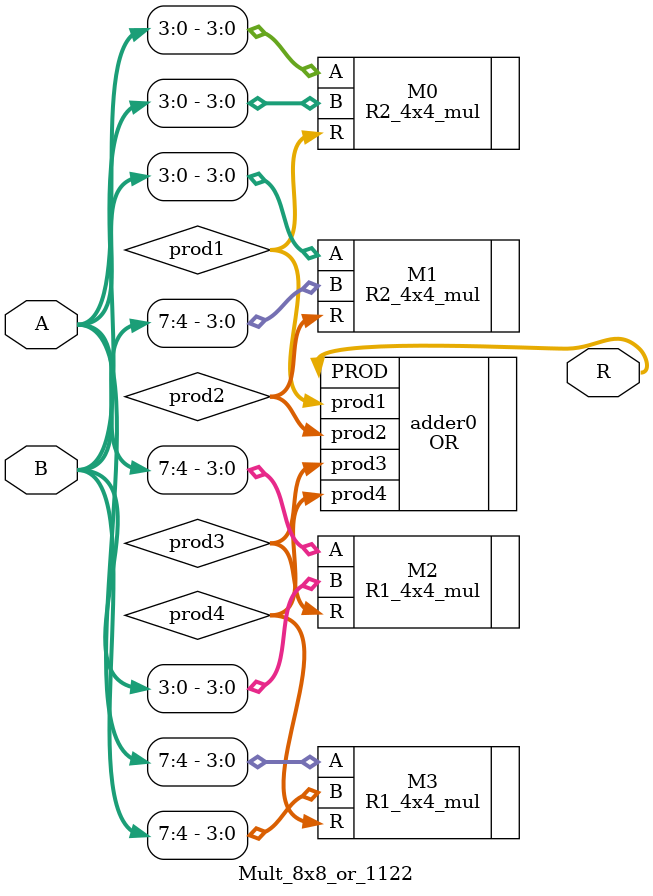
<source format=v>
module Mult_8x8_or_1122(
input [7:0] A,
input [7:0] B,
output [15:0]R
);
wire [7:0]prod1;
wire [7:0]prod2;
wire [7:0]prod3;
wire [7:0]prod4;

R2_4x4_mul M0(.A(A[3:0]),.B(B[3:0]),.R(prod1));
R2_4x4_mul M1(.A(A[3:0]),.B(B[7:4]),.R(prod2));
R1_4x4_mul M2(.A(A[7:4]),.B(B[3:0]),.R(prod3));
R1_4x4_mul M3(.A(A[7:4]),.B(B[7:4]),.R(prod4));
OR adder0(.prod1(prod1),.prod2(prod2),.prod3(prod3),.prod4(prod4),.PROD(R));
endmodule

</source>
